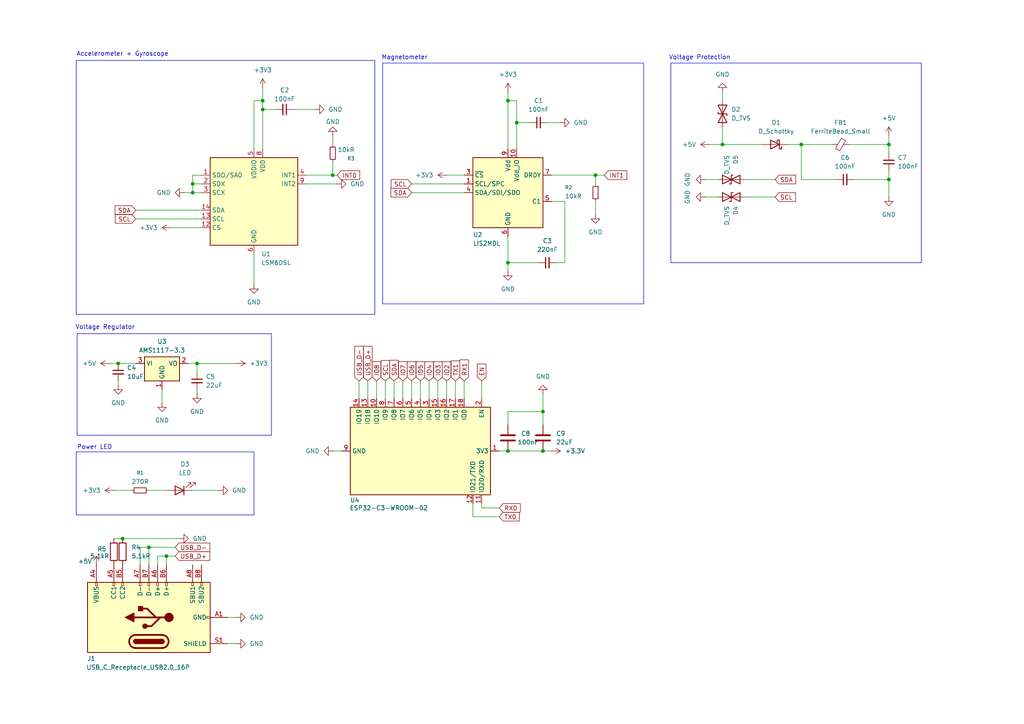
<source format=kicad_sch>
(kicad_sch (version 20250114) (generator "eeschema") (generator_version "9.0")
  (paper "A4")
  (lib_symbols
    (symbol "Connector:USB_C_Receptacle_USB2.0_16P" (pin_names (offset 1.016))
      (property "Reference" "J" (at 0 22.225 0))
      (property "Value" "USB_C_Receptacle_USB2.0_16P" (at 0 19.685 0))
      (symbol "USB_C_Receptacle_USB2.0_16P_0_0"
        (rectangle (start -0.254 -17.78) (end 0.254 -16.764))
        (rectangle (start 10.16 15.494) (end 9.144 14.986))
        (rectangle (start 10.16 10.414) (end 9.144 9.906))
        (rectangle (start 10.16 7.874) (end 9.144 7.366))
        (rectangle (start 10.16 2.794) (end 9.144 2.286))
        (rectangle (start 10.16 0.254) (end 9.144 -0.254))
        (rectangle (start 10.16 -2.286) (end 9.144 -2.794))
        (rectangle (start 10.16 -4.826) (end 9.144 -5.334))
        (rectangle (start 10.16 -12.446) (end 9.144 -12.954))
        (rectangle (start 10.16 -14.986) (end 9.144 -15.494))
      )
      (symbol "USB_C_Receptacle_USB2.0_16P_0_1"
        (rectangle (start -10.16 17.78) (end 10.16 -17.78) (stroke (width 0.254)) (fill (type background)))
        (polyline (pts (xy -8.89 -3.81) (xy -8.89 3.81)) (stroke (width 0.508)))
        (rectangle (start -7.62 -3.81) (end -6.35 3.81) (stroke (width 0.254)) (fill (type outline)))
        (arc (start -7.62 3.81) (mid -6.985 4.4423) (end -6.35 3.81) (stroke (width 0.254)))
        (arc (start -7.62 3.81) (mid -6.985 4.4423) (end -6.35 3.81) (stroke (width 0.254)) (fill (type outline)))
        (arc (start -8.89 3.81) (mid -6.985 5.7067) (end -5.08 3.81) (stroke (width 0.508)))
        (arc (start -5.08 -3.81) (mid -6.985 -5.7067) (end -8.89 -3.81) (stroke (width 0.508)))
        (arc (start -6.35 -3.81) (mid -6.985 -4.4423) (end -7.62 -3.81) (stroke (width 0.254)))
        (arc (start -6.35 -3.81) (mid -6.985 -4.4423) (end -7.62 -3.81) (stroke (width 0.254)) (fill (type outline)))
        (polyline (pts (xy -5.08 3.81) (xy -5.08 -3.81)) (stroke (width 0.508)))
        (circle (center -2.54 1.143) (radius 0.635) (stroke (width 0.254)) (fill (type outline)))
        (polyline (pts (xy -1.27 4.318) (xy 0 6.858) (xy 1.27 4.318) (xy -1.27 4.318)) (stroke (width 0.254)) (fill (type outline)))
        (polyline (pts (xy 0 -2.032) (xy 2.54 0.508) (xy 2.54 1.778)) (stroke (width 0.508)))
        (polyline (pts (xy 0 -3.302) (xy -2.54 -0.762) (xy -2.54 0.508)) (stroke (width 0.508)))
        (polyline (pts (xy 0 -5.842) (xy 0 4.318)) (stroke (width 0.508)))
        (circle (center 0 -5.842) (radius 1.27) (fill (type outline)))
        (rectangle (start 1.905 1.778) (end 3.175 3.048) (stroke (width 0.254)) (fill (type outline)))
      )
      (symbol "USB_C_Receptacle_USB2.0_16P_1_1"
        (pin passive line (at -7.62 -22.86 90) (length 5.08) (name "SHIELD") (number "S1"))
        (pin passive line (at 0 -22.86 90) (length 5.08) (name "GND") (number "A1"))
        (pin passive line (at 0 -22.86 90) (length 5.08) (hide yes) (name "GND") (number "A12"))
        (pin passive line (at 0 -22.86 90) (length 5.08) (hide yes) (name "GND") (number "B1"))
        (pin passive line (at 0 -22.86 90) (length 5.08) (hide yes) (name "GND") (number "B12"))
        (pin passive line (at 15.24 15.24 180) (length 5.08) (name "VBUS") (number "A4"))
        (pin passive line (at 15.24 15.24 180) (length 5.08) (hide yes) (name "VBUS") (number "A9"))
        (pin passive line (at 15.24 15.24 180) (length 5.08) (hide yes) (name "VBUS") (number "B4"))
        (pin passive line (at 15.24 15.24 180) (length 5.08) (hide yes) (name "VBUS") (number "B9"))
        (pin bidirectional line (at 15.24 10.16 180) (length 5.08) (name "CC1") (number "A5"))
        (pin bidirectional line (at 15.24 7.62 180) (length 5.08) (name "CC2") (number "B5"))
        (pin bidirectional line (at 15.24 2.54 180) (length 5.08) (name "D-") (number "A7"))
        (pin bidirectional line (at 15.24 0 180) (length 5.08) (name "D-") (number "B7"))
        (pin bidirectional line (at 15.24 -2.54 180) (length 5.08) (name "D+") (number "A6"))
        (pin bidirectional line (at 15.24 -5.08 180) (length 5.08) (name "D+") (number "B6"))
        (pin bidirectional line (at 15.24 -12.7 180) (length 5.08) (name "SBU1") (number "A8"))
        (pin bidirectional line (at 15.24 -15.24 180) (length 5.08) (name "SBU2") (number "B8"))
      )
    )
    (symbol "Device:C" (pin_numbers (hide yes)) (pin_names (offset 0.254))
      (property "Reference" "C" (at 0.635 2.54 0))
      (property "Value" "C" (at 0.635 -2.54 0))
      (symbol "C_0_1"
        (polyline (pts (xy -2.032 0.762) (xy 2.032 0.762)) (stroke (width 0.508)))
        (polyline (pts (xy -2.032 -0.762) (xy 2.032 -0.762)) (stroke (width 0.508)))
      )
      (symbol "C_1_1"
        (pin passive line (at 0 3.81 270) (length 2.794) (name "~") (number "1"))
        (pin passive line (at 0 -3.81 90) (length 2.794) (name "~") (number "2"))
      )
    )
    (symbol "Device:C_Small" (pin_numbers (hide yes)) (pin_names (offset 0.254) (hide yes))
      (property "Reference" "C" (at 0.254 1.778 0))
      (property "Value" "C_Small" (at 0.254 -2.032 0))
      (symbol "C_Small_0_1"
        (polyline (pts (xy -1.524 0.508) (xy 1.524 0.508)) (stroke (width 0.3048)))
        (polyline (pts (xy -1.524 -0.508) (xy 1.524 -0.508)) (stroke (width 0.3302)))
      )
      (symbol "C_Small_1_1"
        (pin passive line (at 0 2.54 270) (length 2.032) (name "~") (number "1"))
        (pin passive line (at 0 -2.54 90) (length 2.032) (name "~") (number "2"))
      )
    )
    (symbol "Device:D_Schottky" (pin_numbers (hide yes)) (pin_names (offset 1.016) (hide yes))
      (property "Reference" "D" (at 0 2.54 0))
      (property "Value" "D_Schottky" (at 0 -2.54 0))
      (symbol "D_Schottky_0_1"
        (polyline (pts (xy -1.905 0.635) (xy -1.905 1.27) (xy -1.27 1.27) (xy -1.27 -1.27) (xy -0.635 -1.27) (xy -0.635 -0.635)) (stroke (width 0.254)))
        (polyline (pts (xy 1.27 1.27) (xy 1.27 -1.27) (xy -1.27 0) (xy 1.27 1.27)) (stroke (width 0.254)))
        (polyline (pts (xy 1.27 0) (xy -1.27 0)))
      )
      (symbol "D_Schottky_1_1"
        (pin passive line (at -3.81 0 0) (length 2.54) (name "K") (number "1"))
        (pin passive line (at 3.81 0 180) (length 2.54) (name "A") (number "2"))
      )
    )
    (symbol "Device:D_TVS" (pin_numbers (hide yes)) (pin_names (offset 1.016) (hide yes))
      (property "Reference" "D" (at 0 2.54 0))
      (property "Value" "D_TVS" (at 0 -2.54 0))
      (symbol "D_TVS_0_1"
        (polyline (pts (xy -2.54 1.27) (xy -2.54 -1.27) (xy 2.54 1.27) (xy 2.54 -1.27) (xy -2.54 1.27)) (stroke (width 0.254)))
        (polyline (pts (xy 0.508 1.27) (xy 0 1.27) (xy 0 -1.27) (xy -0.508 -1.27)) (stroke (width 0.254)))
        (polyline (pts (xy 1.27 0) (xy -1.27 0)))
      )
      (symbol "D_TVS_1_1"
        (pin passive line (at -3.81 0 0) (length 2.54) (name "A1") (number "1"))
        (pin passive line (at 3.81 0 180) (length 2.54) (name "A2") (number "2"))
      )
    )
    (symbol "Device:FerriteBead_Small" (pin_numbers (hide yes)) (pin_names (offset 0))
      (property "Reference" "FB" (at 1.905 1.27 0))
      (property "Value" "FerriteBead_Small" (at 1.905 -1.27 0))
      (symbol "FerriteBead_Small_0_1"
        (polyline (pts (xy -1.8288 0.2794) (xy -1.1176 1.4986) (xy 1.8288 -0.2032) (xy 1.1176 -1.4224) (xy -1.8288 0.2794)))
        (polyline (pts (xy 0 0.889) (xy 0 1.2954)))
        (polyline (pts (xy 0 -1.27) (xy 0 -0.7874)))
      )
      (symbol "FerriteBead_Small_1_1"
        (pin passive line (at 0 2.54 270) (length 1.27) (name "~") (number "1"))
        (pin passive line (at 0 -2.54 90) (length 1.27) (name "~") (number "2"))
      )
    )
    (symbol "Device:LED" (pin_numbers (hide yes)) (pin_names (offset 1.016) (hide yes))
      (property "Reference" "D" (at 0 2.54 0))
      (property "Value" "LED" (at 0 -2.54 0))
      (symbol "LED_0_1"
        (polyline (pts (xy -3.048 -0.762) (xy -4.572 -2.286) (xy -3.81 -2.286) (xy -4.572 -2.286) (xy -4.572 -1.524)))
        (polyline (pts (xy -1.778 -0.762) (xy -3.302 -2.286) (xy -2.54 -2.286) (xy -3.302 -2.286) (xy -3.302 -1.524)))
        (polyline (pts (xy -1.27 0) (xy 1.27 0)))
        (polyline (pts (xy -1.27 -1.27) (xy -1.27 1.27)) (stroke (width 0.254)))
        (polyline (pts (xy 1.27 -1.27) (xy 1.27 1.27) (xy -1.27 0) (xy 1.27 -1.27)) (stroke (width 0.254)))
      )
      (symbol "LED_1_1"
        (pin passive line (at -3.81 0 0) (length 2.54) (name "K") (number "1"))
        (pin passive line (at 3.81 0 180) (length 2.54) (name "A") (number "2"))
      )
    )
    (symbol "Device:R" (pin_numbers (hide yes)) (pin_names (offset 0))
      (property "Reference" "R" (at 2.032 0 90))
      (property "Value" "R" (at 0 0 90))
      (symbol "R_0_1"
        (rectangle (start -1.016 -2.54) (end 1.016 2.54) (stroke (width 0.254)))
      )
      (symbol "R_1_1"
        (pin passive line (at 0 3.81 270) (length 1.27) (name "~") (number "1"))
        (pin passive line (at 0 -3.81 90) (length 1.27) (name "~") (number "2"))
      )
    )
    (symbol "Device:R_Small" (pin_numbers (hide yes)) (pin_names (offset 0.254) (hide yes))
      (property "Reference" "R" (at 0 0 90))
      (property "Value" "R_Small" (at 1.778 0 90))
      (symbol "R_Small_0_1"
        (rectangle (start -0.762 1.778) (end 0.762 -1.778) (stroke (width 0.2032)))
      )
      (symbol "R_Small_1_1"
        (pin passive line (at 0 2.54 270) (length 0.762) (name "~") (number "1"))
        (pin passive line (at 0 -2.54 90) (length 0.762) (name "~") (number "2"))
      )
    )
    (symbol "RF_Module:ESP32-C3-WROOM-02"
      (property "Reference" "U" (at -12.192 21.336 0))
      (property "Value" "ESP32-C3-WROOM-02" (at 12.192 21.336 0))
      (symbol "ESP32-C3-WROOM-02_1_1"
        (rectangle (start -12.7 20.32) (end 12.7 -20.32) (stroke (width 0.254)) (fill (type background)))
        (pin input line (at -15.24 17.78 0) (length 2.54) (name "EN") (number "2"))
        (pin bidirectional line (at -15.24 12.7 0) (length 2.54) (name "IO0") (number "18"))
        (pin bidirectional line (at -15.24 10.16 0) (length 2.54) (name "IO1") (number "17"))
        (pin bidirectional line (at -15.24 7.62 0) (length 2.54) (name "IO2") (number "16"))
        (pin bidirectional line (at -15.24 5.08 0) (length 2.54) (name "IO3") (number "15"))
        (pin bidirectional line (at -15.24 2.54 0) (length 2.54) (name "IO4") (number "3"))
        (pin bidirectional line (at -15.24 0 0) (length 2.54) (name "IO5") (number "4"))
        (pin bidirectional line (at -15.24 -2.54 0) (length 2.54) (name "IO6") (number "5"))
        (pin bidirectional line (at -15.24 -5.08 0) (length 2.54) (name "IO7") (number "6"))
        (pin bidirectional line (at -15.24 -7.62 0) (length 2.54) (name "IO8") (number "7"))
        (pin bidirectional line (at -15.24 -10.16 0) (length 2.54) (name "IO9") (number "8"))
        (pin bidirectional line (at -15.24 -12.7 0) (length 2.54) (name "IO10") (number "10"))
        (pin bidirectional line (at -15.24 -15.24 0) (length 2.54) (name "IO18") (number "13"))
        (pin bidirectional line (at -15.24 -17.78 0) (length 2.54) (name "IO19") (number "14"))
        (pin power_in line (at 0 22.86 270) (length 2.54) (name "3V3") (number "1"))
        (pin passive line (at 0 -22.86 90) (length 2.54) (hide yes) (name "GND") (number "19"))
        (pin power_in line (at 0 -22.86 90) (length 2.54) (name "GND") (number "9"))
        (pin bidirectional line (at 15.24 17.78 180) (length 2.54) (name "IO20/RXD") (number "11"))
        (pin bidirectional line (at 15.24 15.24 180) (length 2.54) (name "IO21/TXD") (number "12"))
      )
    )
    (symbol "Regulator_Linear:AMS1117-3.3"
      (property "Reference" "U" (at -3.81 3.175 0))
      (property "Value" "AMS1117-3.3" (at 0 3.175 0))
      (symbol "AMS1117-3.3_0_1"
        (rectangle (start -5.08 -5.08) (end 5.08 1.905) (stroke (width 0.254)) (fill (type background)))
      )
      (symbol "AMS1117-3.3_1_1"
        (pin power_in line (at -7.62 0 0) (length 2.54) (name "VI") (number "3"))
        (pin power_in line (at 0 -7.62 90) (length 2.54) (name "GND") (number "1"))
        (pin power_out line (at 7.62 0 180) (length 2.54) (name "VO") (number "2"))
      )
    )
    (symbol "Sensor_Magnetic:LIS2MDL"
      (property "Reference" "U" (at -8.89 11.43 0))
      (property "Value" "LIS2MDL" (at 7.62 11.43 0))
      (symbol "LIS2MDL_0_1"
        (rectangle (start -10.16 10.16) (end 10.16 -10.16) (stroke (width 0.254)) (fill (type background)))
      )
      (symbol "LIS2MDL_1_1"
        (pin input line (at -12.7 5.08 0) (length 2.54) (name "~{CS}") (number "3"))
        (pin input line (at -12.7 2.54 0) (length 2.54) (name "SCL/SPC") (number "1"))
        (pin bidirectional line (at -12.7 0 0) (length 2.54) (name "SDA/SDI/SDO") (number "4"))
        (pin no_connect line (at -10.16 -5.08 0) (length 2.54) (hide yes) (name "NC") (number "2"))
        (pin no_connect line (at -10.16 -7.62 0) (length 2.54) (hide yes) (name "NC") (number "11"))
        (pin power_in line (at 0 12.7 270) (length 2.54) (name "Vdd") (number "9"))
        (pin power_in line (at 0 -12.7 90) (length 2.54) (name "GND") (number "6"))
        (pin passive line (at 0 -12.7 90) (length 2.54) (hide yes) (name "GND") (number "8"))
        (pin power_in line (at 2.54 12.7 270) (length 2.54) (name "Vdd_IO") (number "10"))
        (pin no_connect line (at 10.16 -7.62 180) (length 2.54) (hide yes) (name "NC") (number "12"))
        (pin output line (at 12.7 5.08 180) (length 2.54) (name "DRDY") (number "7"))
        (pin power_out line (at 12.7 -2.54 180) (length 2.54) (name "C1") (number "5"))
      )
    )
    (symbol "Sensor_Motion:LSM6DSL"
      (property "Reference" "U" (at -11.43 15.24 0))
      (property "Value" "LSM6DSL" (at -11.43 12.7 0))
      (symbol "LSM6DSL_0_1"
        (rectangle (start -12.7 12.7) (end 12.7 -12.7) (stroke (width 0.254)) (fill (type background)))
      )
      (symbol "LSM6DSL_1_1"
        (pin bidirectional line (at -15.24 7.62 0) (length 2.54) (name "SDO/SA0") (number "1"))
        (pin bidirectional line (at -15.24 5.08 0) (length 2.54) (name "SDX") (number "2"))
        (pin input line (at -15.24 2.54 0) (length 2.54) (name "SCX") (number "3"))
        (pin bidirectional line (at -15.24 -2.54 0) (length 2.54) (name "SDA") (number "14"))
        (pin input line (at -15.24 -5.08 0) (length 2.54) (name "SCL") (number "13"))
        (pin input line (at -15.24 -7.62 0) (length 2.54) (name "CS") (number "12"))
        (pin power_in line (at 0 15.24 270) (length 2.54) (name "VDDIO") (number "5"))
        (pin power_in line (at 0 -15.24 90) (length 2.54) (name "GND") (number "6"))
        (pin passive line (at 0 -15.24 90) (length 2.54) (hide yes) (name "GND") (number "7"))
        (pin power_in line (at 2.54 15.24 270) (length 2.54) (name "VDD") (number "8"))
        (pin no_connect line (at 12.7 -2.54 180) (length 3.81) (hide yes) (name "NC") (number "11"))
        (pin no_connect line (at 12.7 -5.08 180) (length 3.81) (hide yes) (name "NC") (number "10"))
        (pin output line (at 15.24 7.62 180) (length 2.54) (name "INT1") (number "4"))
        (pin output line (at 15.24 5.08 180) (length 2.54) (name "INT2") (number "9"))
      )
    )
    (symbol "power:+3.3V" (power) (pin_numbers (hide yes)) (pin_names (offset 0) (hide yes))
      (property "Value" "+3.3V" (at 0 3.556 0))
      (symbol "+3.3V_0_1"
        (polyline (pts (xy -0.762 1.27) (xy 0 2.54)))
        (polyline (pts (xy 0 2.54) (xy 0.762 1.27)))
        (polyline (pts (xy 0 0) (xy 0 2.54)))
      )
      (symbol "+3.3V_1_1"
        (pin power_in line (at 0 0 90) (length 0) (name "~") (number "1"))
      )
    )
    (symbol "power:+3V3" (power) (pin_numbers (hide yes)) (pin_names (offset 0) (hide yes))
      (property "Value" "+3V3" (at 0 3.556 0))
      (symbol "+3V3_0_1"
        (polyline (pts (xy -0.762 1.27) (xy 0 2.54)))
        (polyline (pts (xy 0 2.54) (xy 0.762 1.27)))
        (polyline (pts (xy 0 0) (xy 0 2.54)))
      )
      (symbol "+3V3_1_1"
        (pin power_in line (at 0 0 90) (length 0) (name "~") (number "1"))
      )
    )
    (symbol "power:+5V" (power) (pin_numbers (hide yes)) (pin_names (offset 0) (hide yes))
      (property "Value" "+5V" (at 0 3.556 0))
      (symbol "+5V_0_1"
        (polyline (pts (xy -0.762 1.27) (xy 0 2.54)))
        (polyline (pts (xy 0 2.54) (xy 0.762 1.27)))
        (polyline (pts (xy 0 0) (xy 0 2.54)))
      )
      (symbol "+5V_1_1"
        (pin power_in line (at 0 0 90) (length 0) (name "~") (number "1"))
      )
    )
    (symbol "power:GND" (power) (pin_numbers (hide yes)) (pin_names (offset 0) (hide yes))
      (property "Value" "GND" (at 0 -3.81 0))
      (symbol "GND_0_1"
        (polyline (pts (xy 0 0) (xy 0 -1.27) (xy 1.27 -1.27) (xy 0 -2.54) (xy -1.27 -1.27) (xy 0 -1.27)))
      )
      (symbol "GND_1_1"
        (pin power_in line (at 0 0 270) (length 0) (name "~") (number "1"))
      )
    )
    (symbol "power:VCC" (power) (pin_numbers (hide yes)) (pin_names (offset 0) (hide yes))
      (property "Value" "VCC" (at 0 3.556 0))
      (symbol "VCC_0_1"
        (polyline (pts (xy -0.762 1.27) (xy 0 2.54)))
        (polyline (pts (xy 0 2.54) (xy 0.762 1.27)))
        (polyline (pts (xy 0 0) (xy 0 2.54)))
      )
      (symbol "VCC_1_1"
        (pin power_in line (at 0 0 90) (length 0) (name "~") (number "1"))
      )
    )
  )
  (rectangle (start 110.998 18.288) (end 186.69 88.138))
  (rectangle (start 22.098 17.526) (end 108.712 91.186))
  (rectangle (start 22.352 96.774) (end 78.74 126.238))
  (rectangle (start 22.098 131.064) (end 73.66 149.352))
  (rectangle (start 194.564 18.288) (end 267.208 76.2))
  (text "Power LED" (at 27.432 129.794 0) (effects (font (size 1.27 1.27))))
  (text "Accelerometer + Gyroscope" (at 35.56 15.748 0) (effects (font (size 1.27 1.27))))
  (text "Magnetometer" (at 117.348 16.764 0) (effects (font (size 1.27 1.27))))
  (text "Voltage Regulator" (at 30.48 94.996 0) (effects (font (size 1.27 1.27))))
  (text "Voltage Protection" (at 202.946 16.764 0) (effects (font (size 1.27 1.27))))
  (junction (at 257.81 52.07))
  (junction (at 232.41 41.91))
  (junction (at 55.88 55.88))
  (junction (at 157.48 130.81))
  (junction (at 35.56 156.21))
  (junction (at 34.29 105.41))
  (junction (at 147.32 76.2))
  (junction (at 172.72 50.8))
  (junction (at 257.81 41.91))
  (junction (at 76.2 29.21))
  (junction (at 43.18 158.75))
  (junction (at 76.2 31.75))
  (junction (at 57.15 105.41))
  (junction (at 147.32 29.21))
  (junction (at 55.88 53.34))
  (junction (at 209.55 41.91))
  (junction (at 96.52 50.8))
  (junction (at 147.32 130.81))
  (junction (at 149.86 35.56))
  (junction (at 48.26 161.29))
  (junction (at 157.48 119.38))
  (wire (pts (xy 119.38 55.88) (xy 134.62 55.88)))
  (wire (pts (xy 76.2 25.4) (xy 76.2 29.21)))
  (wire (pts (xy 147.32 123.19) (xy 147.32 119.38)))
  (wire (pts (xy 55.88 55.88) (xy 58.42 55.88)))
  (wire (pts (xy 157.48 114.3) (xy 157.48 119.38)))
  (wire (pts (xy 58.42 50.8) (xy 55.88 50.8)))
  (wire (pts (xy 55.88 50.8) (xy 55.88 53.34)))
  (wire (pts (xy 33.02 142.24) (xy 38.1 142.24)))
  (wire (pts (xy 208.28 52.07) (xy 204.47 52.07)))
  (wire (pts (xy 147.32 119.38) (xy 157.48 119.38)))
  (wire (pts (xy 85.09 31.75) (xy 91.44 31.75)))
  (wire (pts (xy 49.53 66.04) (xy 58.42 66.04)))
  (wire (pts (xy 163.83 58.42) (xy 160.02 58.42)))
  (wire (pts (xy 127 110.49) (xy 127 115.57)))
  (wire (pts (xy 209.55 41.91) (xy 220.98 41.91)))
  (wire (pts (xy 43.18 158.75) (xy 50.8 158.75)))
  (wire (pts (xy 172.72 58.42) (xy 172.72 62.23)))
  (wire (pts (xy 147.32 68.58) (xy 147.32 76.2)))
  (wire (pts (xy 106.68 110.49) (xy 106.68 115.57)))
  (wire (pts (xy 80.01 31.75) (xy 76.2 31.75)))
  (wire (pts (xy 73.66 73.66) (xy 73.66 82.55)))
  (wire (pts (xy 246.38 41.91) (xy 257.81 41.91)))
  (wire (pts (xy 66.04 186.69) (xy 68.58 186.69)))
  (wire (pts (xy 232.41 52.07) (xy 242.57 52.07)))
  (wire (pts (xy 153.67 35.56) (xy 149.86 35.56)))
  (wire (pts (xy 208.28 57.15) (xy 204.47 57.15)))
  (wire (pts (xy 172.72 50.8) (xy 172.72 53.34)))
  (wire (pts (xy 147.32 76.2) (xy 147.32 78.74)))
  (wire (pts (xy 257.81 52.07) (xy 257.81 57.15)))
  (wire (pts (xy 76.2 31.75) (xy 76.2 43.18)))
  (wire (pts (xy 88.9 53.34) (xy 97.79 53.34)))
  (wire (pts (xy 73.66 29.21) (xy 76.2 29.21)))
  (wire (pts (xy 48.26 161.29) (xy 48.26 163.83)))
  (wire (pts (xy 33.02 156.21) (xy 35.56 156.21)))
  (wire (pts (xy 257.81 41.91) (xy 257.81 44.45)))
  (wire (pts (xy 257.81 41.91) (xy 257.81 39.37)))
  (wire (pts (xy 139.7 110.49) (xy 139.7 115.57)))
  (wire (pts (xy 247.65 52.07) (xy 257.81 52.07)))
  (wire (pts (xy 34.29 110.49) (xy 34.29 111.76)))
  (wire (pts (xy 157.48 130.81) (xy 160.02 130.81)))
  (wire (pts (xy 147.32 130.81) (xy 157.48 130.81)))
  (wire (pts (xy 129.54 50.8) (xy 134.62 50.8)))
  (wire (pts (xy 57.15 107.95) (xy 57.15 105.41)))
  (wire (pts (xy 232.41 41.91) (xy 232.41 52.07)))
  (wire (pts (xy 57.15 114.3) (xy 57.15 113.03)))
  (wire (pts (xy 45.72 161.29) (xy 48.26 161.29)))
  (wire (pts (xy 43.18 142.24) (xy 48.26 142.24)))
  (wire (pts (xy 34.29 105.41) (xy 39.37 105.41)))
  (wire (pts (xy 147.32 26.67) (xy 147.32 29.21)))
  (wire (pts (xy 55.88 142.24) (xy 63.5 142.24)))
  (wire (pts (xy 55.88 53.34) (xy 55.88 55.88)))
  (wire (pts (xy 96.52 41.91) (xy 96.52 39.37)))
  (wire (pts (xy 139.7 146.05) (xy 139.7 147.32)))
  (wire (pts (xy 205.74 41.91) (xy 209.55 41.91)))
  (wire (pts (xy 43.18 163.83) (xy 43.18 158.75)))
  (wire (pts (xy 129.54 110.49) (xy 129.54 115.57)))
  (wire (pts (xy 149.86 35.56) (xy 149.86 43.18)))
  (wire (pts (xy 96.52 130.81) (xy 99.06 130.81)))
  (wire (pts (xy 31.75 105.41) (xy 34.29 105.41)))
  (wire (pts (xy 163.83 58.42) (xy 163.83 76.2)))
  (wire (pts (xy 53.34 55.88) (xy 55.88 55.88)))
  (wire (pts (xy 35.56 156.21) (xy 52.07 156.21)))
  (wire (pts (xy 228.6 41.91) (xy 232.41 41.91)))
  (wire (pts (xy 39.37 63.5) (xy 58.42 63.5)))
  (wire (pts (xy 139.7 147.32) (xy 144.78 147.32)))
  (wire (pts (xy 232.41 41.91) (xy 241.3 41.91)))
  (wire (pts (xy 157.48 119.38) (xy 157.48 123.19)))
  (wire (pts (xy 209.55 36.83) (xy 209.55 41.91)))
  (wire (pts (xy 124.46 110.49) (xy 124.46 115.57)))
  (wire (pts (xy 48.26 161.29) (xy 50.8 161.29)))
  (wire (pts (xy 147.32 76.2) (xy 156.21 76.2)))
  (wire (pts (xy 96.52 50.8) (xy 96.52 46.99)))
  (wire (pts (xy 119.38 53.34) (xy 134.62 53.34)))
  (wire (pts (xy 39.37 60.96) (xy 58.42 60.96)))
  (wire (pts (xy 149.86 35.56) (xy 149.86 29.21)))
  (wire (pts (xy 209.55 26.67) (xy 209.55 29.21)))
  (wire (pts (xy 158.75 35.56) (xy 162.56 35.56)))
  (wire (pts (xy 76.2 29.21) (xy 76.2 31.75)))
  (wire (pts (xy 132.08 110.49) (xy 132.08 115.57)))
  (wire (pts (xy 57.15 105.41) (xy 68.58 105.41)))
  (wire (pts (xy 88.9 50.8) (xy 96.52 50.8)))
  (wire (pts (xy 147.32 29.21) (xy 147.32 43.18)))
  (wire (pts (xy 114.3 110.49) (xy 114.3 115.57)))
  (wire (pts (xy 96.52 50.8) (xy 97.79 50.8)))
  (wire (pts (xy 160.02 50.8) (xy 172.72 50.8)))
  (wire (pts (xy 66.04 179.07) (xy 68.58 179.07)))
  (wire (pts (xy 58.42 53.34) (xy 55.88 53.34)))
  (wire (pts (xy 137.16 149.86) (xy 144.78 149.86)))
  (wire (pts (xy 134.62 110.49) (xy 134.62 115.57)))
  (wire (pts (xy 121.92 110.49) (xy 121.92 115.57)))
  (wire (pts (xy 116.84 110.49) (xy 116.84 115.57)))
  (wire (pts (xy 137.16 146.05) (xy 137.16 149.86)))
  (wire (pts (xy 172.72 50.8) (xy 175.26 50.8)))
  (wire (pts (xy 257.81 52.07) (xy 257.81 49.53)))
  (wire (pts (xy 163.83 76.2) (xy 161.29 76.2)))
  (wire (pts (xy 144.78 130.81) (xy 147.32 130.81)))
  (wire (pts (xy 73.66 29.21) (xy 73.66 43.18)))
  (wire (pts (xy 40.64 158.75) (xy 43.18 158.75)))
  (wire (pts (xy 109.22 110.49) (xy 109.22 115.57)))
  (wire (pts (xy 215.9 57.15) (xy 224.79 57.15)))
  (wire (pts (xy 119.38 110.49) (xy 119.38 115.57)))
  (wire (pts (xy 54.61 105.41) (xy 57.15 105.41)))
  (wire (pts (xy 46.99 113.03) (xy 46.99 116.84)))
  (wire (pts (xy 215.9 52.07) (xy 224.79 52.07)))
  (wire (pts (xy 149.86 29.21) (xy 147.32 29.21)))
  (wire (pts (xy 45.72 163.83) (xy 45.72 161.29)))
  (wire (pts (xy 40.64 163.83) (xy 40.64 158.75)))
  (wire (pts (xy 111.76 110.49) (xy 111.76 115.57)))
  (wire (pts (xy 104.14 110.49) (xy 104.14 115.57)))
  (global_label "SCL" (shape input) (at 224.79 57.15 0) (property "Intersheetrefs" "${INTERSHEET_REFS}" (effects (hide yes))))
  (global_label "SCL" (shape input) (at 111.76 110.49 90) (property "Intersheetrefs" "${INTERSHEET_REFS}" (effects (hide yes))))
  (global_label "RX0" (shape input) (at 144.78 147.32 0) (property "Intersheetrefs" "${INTERSHEET_REFS}" (effects (hide yes))))
  (global_label "IO3" (shape input) (at 127 110.49 90) (property "Intersheetrefs" "${INTERSHEET_REFS}" (effects (hide yes))))
  (global_label "INT1" (shape input) (at 175.26 50.8 0) (property "Intersheetrefs" "${INTERSHEET_REFS}" (effects (hide yes))))
  (global_label "USB_D-" (shape input) (at 104.14 110.49 90) (property "Intersheetrefs" "${INTERSHEET_REFS}" (effects (hide yes))))
  (global_label "EN" (shape input) (at 139.7 110.49 90) (property "Intersheetrefs" "${INTERSHEET_REFS}" (effects (hide yes))))
  (global_label "USB_D-" (shape input) (at 50.8 158.75 0) (property "Intersheetrefs" "${INTERSHEET_REFS}" (effects (hide yes))))
  (global_label "IO2" (shape input) (at 129.54 110.49 90) (property "Intersheetrefs" "${INTERSHEET_REFS}" (effects (hide yes))))
  (global_label "USB_D+" (shape input) (at 50.8 161.29 0) (property "Intersheetrefs" "${INTERSHEET_REFS}" (effects (hide yes))))
  (global_label "INT0" (shape input) (at 97.79 50.8 0) (property "Intersheetrefs" "${INTERSHEET_REFS}" (effects (hide yes))))
  (global_label "SDA" (shape input) (at 119.38 55.88 180) (property "Intersheetrefs" "${INTERSHEET_REFS}" (effects (hide yes))))
  (global_label "RX1" (shape input) (at 134.62 110.49 90) (property "Intersheetrefs" "${INTERSHEET_REFS}" (effects (hide yes))))
  (global_label "SCL" (shape input) (at 119.38 53.34 180) (property "Intersheetrefs" "${INTERSHEET_REFS}" (effects (hide yes))))
  (global_label "IO4" (shape input) (at 124.46 110.49 90) (property "Intersheetrefs" "${INTERSHEET_REFS}" (effects (hide yes))))
  (global_label "SDA" (shape input) (at 224.79 52.07 0) (property "Intersheetrefs" "${INTERSHEET_REFS}" (effects (hide yes))))
  (global_label "IO8" (shape input) (at 109.22 110.49 90) (property "Intersheetrefs" "${INTERSHEET_REFS}" (effects (hide yes))))
  (global_label "IO6" (shape input) (at 119.38 110.49 90) (property "Intersheetrefs" "${INTERSHEET_REFS}" (effects (hide yes))))
  (global_label "TX1" (shape input) (at 132.08 110.49 90) (property "Intersheetrefs" "${INTERSHEET_REFS}" (effects (hide yes))))
  (global_label "TX0" (shape input) (at 144.78 149.86 0) (property "Intersheetrefs" "${INTERSHEET_REFS}" (effects (hide yes))))
  (global_label "SDA" (shape input) (at 114.3 110.49 90) (property "Intersheetrefs" "${INTERSHEET_REFS}" (effects (hide yes))))
  (global_label "IO7" (shape input) (at 116.84 110.49 90) (property "Intersheetrefs" "${INTERSHEET_REFS}" (effects (hide yes))))
  (global_label "SCL" (shape input) (at 39.37 63.5 180) (property "Intersheetrefs" "${INTERSHEET_REFS}" (effects (hide yes))))
  (global_label "IO5" (shape input) (at 121.92 110.49 90) (property "Intersheetrefs" "${INTERSHEET_REFS}" (effects (hide yes))))
  (global_label "USB_D+" (shape input) (at 106.68 110.49 90) (property "Intersheetrefs" "${INTERSHEET_REFS}" (effects (hide yes))))
  (global_label "SDA" (shape input) (at 39.37 60.96 180) (property "Intersheetrefs" "${INTERSHEET_REFS}" (effects (hide yes))))
  (symbol (lib_id "power:GND") (at 96.52 39.37 180) (unit 1)
    (property "Reference" "#PWR029" (effects (hide yes)))
    (property "Value" "GND" (at 96.52 35.306 0))
    (property "Description" "Power symbol creates a global label with name \"GND\" , ground" (effects (hide yes)))
  )
  (symbol (lib_id "Device:D_TVS") (at 212.09 57.15 0) (unit 1)
    (property "Reference" "D4" (at 213.3601 59.69 90) (effects (justify right)))
    (property "Value" "D_TVS" (at 210.8201 59.69 90) (effects (justify right)))
    (property "Footprint" "Diode_SMD:D_SOD-323_HandSoldering" (effects (hide yes)))
    (property "Description" "Bidirectional transient-voltage-suppression diode" (effects (hide yes)))
  )
  (symbol (lib_id "power:GND") (at 34.29 111.76 0) (unit 1)
    (property "Reference" "#PWR020" (effects (hide yes)))
    (property "Value" "GND" (at 34.29 116.84 0))
    (property "Description" "Power symbol creates a global label with name \"GND\" , ground" (effects (hide yes)))
  )
  (symbol (lib_id "Device:C") (at 147.32 127 0) (unit 1)
    (property "Reference" "C8" (at 151.13 125.7299 0) (effects (justify left)))
    (property "Value" "100nF" (at 150.114 128.27 0) (effects (justify left)))
    (property "Description" "Unpolarized capacitor" (effects (hide yes)))
  )
  (symbol (lib_id "Sensor_Magnetic:LIS2MDL") (at 147.32 55.88 0) (unit 1)
    (property "Reference" "U2" (at 137.16 68.072 0) (effects (justify left)))
    (property "Value" "LIS2MDL" (at 137.16 70.612 0) (effects (justify left)))
    (property "Footprint" "Package_LGA:LGA-12_2x2mm_P0.5mm" (effects (hide yes)))
    (property "Datasheet" "https://www.st.com/resource/en/datasheet/lis2mdl.pdf" (effects (hide yes)))
    (property "Description" "Ultra-low-power, 3-axis digital output magnetometer, LGA-12" (effects (hide yes)))
  )
  (symbol (lib_id "power:GND") (at 162.56 35.56 90) (unit 1)
    (property "Reference" "#PWR06" (effects (hide yes)))
    (property "Value" "GND" (at 166.37 35.5599 90) (effects (justify right)))
    (property "Description" "Power symbol creates a global label with name \"GND\" , ground" (effects (hide yes)))
  )
  (symbol (lib_id "power:GND") (at 97.79 53.34 90) (unit 1)
    (property "Reference" "#PWR012" (effects (hide yes)))
    (property "Value" "GND" (at 101.6 53.3399 90) (effects (justify right)))
    (property "Description" "Power symbol creates a global label with name \"GND\" , ground" (effects (hide yes)))
  )
  (symbol (lib_id "Sensor_Motion:LSM6DSL") (at 73.66 58.42 0) (unit 1)
    (property "Reference" "U1" (at 75.8033 73.66 0) (effects (justify left)))
    (property "Value" "LSM6DSL" (at 75.8033 76.2 0) (effects (justify left)))
    (property "Footprint" "Package_LGA:LGA-14_3x2.5mm_P0.5mm_LayoutBorder3x4y" (effects (hide yes)))
    (property "Datasheet" "https://www.st.com/resource/en/datasheet/lsm6dsl.pdf" (effects (hide yes)))
    (property "Description" "I2C/SPI, iNEMO inertial module: always-on 3D accelerometer and 3D gyroscope, 1.71V to 3.6V VCC" (effects (hide yes)))
  )
  (symbol (lib_id "Device:R_Small") (at 172.72 55.88 0) (unit 1)
    (property "Reference" "R2" (at 163.83 54.356 0) (effects (font (size 1.016 1.016)) (justify left)))
    (property "Value" "10kR" (at 163.83 56.896 0) (effects (justify left)))
    (property "Footprint" "Resistor_SMD:R_0805_2012Metric_Pad1.20x1.40mm_HandSolder" (effects (hide yes)))
    (property "Description" "Resistor, small symbol" (effects (hide yes)))
  )
  (symbol (lib_id "power:GND") (at 204.47 52.07 270) (unit 1)
    (property "Reference" "#PWR025" (effects (hide yes)))
    (property "Value" "GND" (at 199.39 52.07 0))
    (property "Description" "Power symbol creates a global label with name \"GND\" , ground" (effects (hide yes)))
  )
  (symbol (lib_id "power:GND") (at 46.99 116.84 0) (unit 1)
    (property "Reference" "#PWR018" (effects (hide yes)))
    (property "Value" "GND" (at 46.99 121.92 0))
    (property "Description" "Power symbol creates a global label with name \"GND\" , ground" (effects (hide yes)))
  )
  (symbol (lib_id "power:+3V3") (at 49.53 66.04 90) (unit 1)
    (property "Reference" "#PWR04" (effects (hide yes)))
    (property "Value" "+3V3" (at 45.72 66.0399 90) (effects (justify left)))
    (property "Description" "Power symbol creates a global label with name \"+3V3\"" (effects (hide yes)))
  )
  (symbol (lib_id "power:+5V") (at 205.74 41.91 90) (unit 1)
    (property "Reference" "#PWR023" (effects (hide yes)))
    (property "Value" "+5V" (at 201.93 41.9099 90) (effects (justify left)))
    (property "Description" "Power symbol creates a global label with name \"+5V\"" (effects (hide yes)))
  )
  (symbol (lib_id "Connector:USB_C_Receptacle_USB2.0_16P") (at 43.18 179.07 90) (unit 1)
    (property "Reference" "J1" (at 27.686 191.008 90) (effects (justify left)))
    (property "Value" "USB_C_Receptacle_USB2.0_16P" (at 55.118 193.548 90) (effects (justify left)))
    (property "Datasheet" "https://www.usb.org/sites/default/files/documents/usb_type-c.zip" (effects (hide yes)))
    (property "Description" "USB 2.0-only 16P Type-C Receptacle connector" (effects (hide yes)))
  )
  (symbol (lib_id "power:+3V3") (at 147.32 26.67 0) (unit 1)
    (property "Reference" "#PWR03" (effects (hide yes)))
    (property "Value" "+3V3" (at 147.32 21.59 0))
    (property "Description" "Power symbol creates a global label with name \"+3V3\"" (effects (hide yes)))
  )
  (symbol (lib_id "power:+3V3") (at 68.58 105.41 270) (unit 1)
    (property "Reference" "#PWR017" (effects (hide yes)))
    (property "Value" "+3V3" (at 72.39 105.4099 90) (effects (justify left)))
    (property "Description" "Power symbol creates a global label with name \"+3V3\"" (effects (hide yes)))
  )
  (symbol (lib_id "power:+3V3") (at 76.2 25.4 0) (unit 1)
    (property "Reference" "#PWR08" (effects (hide yes)))
    (property "Value" "+3V3" (at 76.2 20.32 0))
    (property "Description" "Power symbol creates a global label with name \"+3V3\"" (effects (hide yes)))
  )
  (symbol (lib_id "power:GND") (at 96.52 130.81 270) (unit 1)
    (property "Reference" "#PWR031" (effects (hide yes)))
    (property "Value" "GND" (at 92.71 130.8099 90) (effects (justify right)))
    (property "Description" "Power symbol creates a global label with name \"GND\" , ground" (effects (hide yes)))
  )
  (symbol (lib_id "Device:R") (at 35.56 160.02 0) (unit 1)
    (property "Reference" "R4" (at 38.1 158.7499 0) (effects (justify left)))
    (property "Value" "5.1kR" (at 38.1 161.2899 0) (effects (justify left)))
    (property "Description" "Resistor" (effects (hide yes)))
  )
  (symbol (lib_id "Device:C_Small") (at 156.21 35.56 90) (unit 1)
    (property "Reference" "C1" (at 156.2163 29.21 90))
    (property "Value" "100nF" (at 156.2163 31.75 90))
    (property "Footprint" "Capacitor_SMD:C_0805_2012Metric_Pad1.18x1.45mm_HandSolder" (effects (hide yes)))
    (property "Description" "Unpolarized capacitor, small symbol" (effects (hide yes)))
  )
  (symbol (lib_id "Device:C_Small") (at 34.29 107.95 0) (unit 1)
    (property "Reference" "C4" (at 36.83 106.6862 0) (effects (justify left)))
    (property "Value" "10uF" (at 36.83 109.2262 0) (effects (justify left)))
    (property "Footprint" "Capacitor_SMD:C_0805_2012Metric_Pad1.18x1.45mm_HandSolder" (effects (hide yes)))
    (property "Description" "Unpolarized capacitor, small symbol" (effects (hide yes)))
  )
  (symbol (lib_id "Device:R_Small") (at 96.52 44.45 180) (unit 1)
    (property "Reference" "R3" (at 102.87 45.974 0) (effects (font (size 1.016 1.016)) (justify left)))
    (property "Value" "10kR" (at 102.87 43.434 0) (effects (justify left)))
    (property "Footprint" "Resistor_SMD:R_0805_2012Metric_Pad1.20x1.40mm_HandSolder" (effects (hide yes)))
    (property "Description" "Resistor, small symbol" (effects (hide yes)))
  )
  (symbol (lib_id "power:GND") (at 172.72 62.23 0) (unit 1)
    (property "Reference" "#PWR027" (effects (hide yes)))
    (property "Value" "GND" (at 172.72 67.31 0))
    (property "Description" "Power symbol creates a global label with name \"GND\" , ground" (effects (hide yes)))
  )
  (symbol (lib_id "Device:D_TVS") (at 209.55 33.02 270) (unit 1)
    (property "Reference" "D2" (at 212.09 31.7499 90) (effects (justify left)))
    (property "Value" "D_TVS" (at 212.09 34.2899 90) (effects (justify left)))
    (property "Footprint" "Diode_SMD:D_SMB" (effects (hide yes)))
    (property "Description" "Bidirectional transient-voltage-suppression diode" (effects (hide yes)))
  )
  (symbol (lib_id "power:GND") (at 209.55 26.67 0) (mirror x) (unit 1)
    (property "Reference" "#PWR01" (effects (hide yes)))
    (property "Value" "GND" (at 209.55 21.59 0))
    (property "Description" "Power symbol creates a global label with name \"GND\" , ground" (effects (hide yes)))
  )
  (symbol (lib_id "power:+3V3") (at 33.02 142.24 90) (unit 1)
    (property "Reference" "#PWR015" (effects (hide yes)))
    (property "Value" "+3V3" (at 29.21 142.2399 90) (effects (justify left)))
    (property "Description" "Power symbol creates a global label with name \"+3V3\"" (effects (hide yes)))
  )
  (symbol (lib_id "power:+5V") (at 31.75 105.41 90) (unit 1)
    (property "Reference" "#PWR016" (effects (hide yes)))
    (property "Value" "+5V" (at 27.94 105.4099 90) (effects (justify left)))
    (property "Description" "Power symbol creates a global label with name \"+5V\"" (effects (hide yes)))
  )
  (symbol (lib_id "Device:C") (at 157.48 127 0) (unit 1)
    (property "Reference" "C9" (at 161.29 125.7299 0) (effects (justify left)))
    (property "Value" "22uF" (at 161.29 128.2699 0) (effects (justify left)))
    (property "Description" "Unpolarized capacitor" (effects (hide yes)))
  )
  (symbol (lib_id "power:GND") (at 147.32 78.74 0) (unit 1)
    (property "Reference" "#PWR05" (effects (hide yes)))
    (property "Value" "GND" (at 147.32 83.82 0))
    (property "Description" "Power symbol creates a global label with name \"GND\" , ground" (effects (hide yes)))
  )
  (symbol (lib_id "Device:C_Small") (at 257.81 46.99 180) (unit 1)
    (property "Reference" "C7" (at 260.35 45.7135 0) (effects (justify right)))
    (property "Value" "100nF" (at 260.35 48.2535 0) (effects (justify right)))
    (property "Footprint" "Capacitor_SMD:C_0805_2012Metric_Pad1.18x1.45mm_HandSolder" (effects (hide yes)))
    (property "Description" "Unpolarized capacitor, small symbol" (effects (hide yes)))
  )
  (symbol (lib_id "Device:C_Small") (at 158.75 76.2 90) (unit 1)
    (property "Reference" "C3" (at 158.7563 69.85 90))
    (property "Value" "220nF" (at 158.7563 72.39 90))
    (property "Footprint" "Capacitor_SMD:C_0805_2012Metric_Pad1.18x1.45mm_HandSolder" (effects (hide yes)))
    (property "Description" "Unpolarized capacitor, small symbol" (effects (hide yes)))
  )
  (symbol (lib_id "power:VCC") (at 129.54 50.8 90) (unit 1)
    (property "Reference" "#PWR02" (effects (hide yes)))
    (property "Value" "+3V3" (at 125.73 50.7999 90) (effects (justify left)))
    (property "Description" "Power symbol creates a global label with name \"VCC\"" (effects (hide yes)))
  )
  (symbol (lib_id "Device:R") (at 33.02 160.02 0) (unit 1)
    (property "Reference" "R5" (at 28.194 159.258 0) (effects (justify left)))
    (property "Value" "5.1kR" (at 26.162 161.29 0) (effects (justify left)))
    (property "Description" "Resistor" (effects (hide yes)))
  )
  (symbol (lib_id "Device:D_TVS") (at 212.09 52.07 0) (unit 1)
    (property "Reference" "D5" (at 213.36 44.958 90) (effects (justify right)))
    (property "Value" "D_TVS" (at 210.82 44.958 90) (effects (justify right)))
    (property "Footprint" "Diode_SMD:D_SOD-323_HandSoldering" (effects (hide yes)))
    (property "Description" "Bidirectional transient-voltage-suppression diode" (effects (hide yes)))
  )
  (symbol (lib_id "power:GND") (at 53.34 55.88 270) (unit 1)
    (property "Reference" "#PWR010" (effects (hide yes)))
    (property "Value" "GND" (at 49.53 55.8799 90) (effects (justify right)))
    (property "Description" "Power symbol creates a global label with name \"GND\" , ground" (effects (hide yes)))
  )
  (symbol (lib_id "power:+5V") (at 27.94 163.83 0) (unit 1)
    (property "Reference" "#PWR028" (effects (hide yes)))
    (property "Value" "+5V" (at 24.638 162.814 0))
    (property "Description" "Power symbol creates a global label with name \"+5V\"" (effects (hide yes)))
  )
  (symbol (lib_id "Device:FerriteBead_Small") (at 243.84 41.91 90) (unit 1)
    (property "Reference" "FB1" (at 243.8019 35.56 90))
    (property "Value" "FerriteBead_Small" (at 243.8019 38.1 90))
    (property "Footprint" "Inductor_SMD:L_0805_2012Metric_Pad1.05x1.20mm_HandSolder" (effects (hide yes)))
    (property "Description" "Ferrite bead, small symbol" (effects (hide yes)))
  )
  (symbol (lib_id "power:+5V") (at 257.81 39.37 0) (unit 1)
    (property "Reference" "#PWR021" (effects (hide yes)))
    (property "Value" "+5V" (at 257.81 34.29 0))
    (property "Description" "Power symbol creates a global label with name \"+5V\"" (effects (hide yes)))
  )
  (symbol (lib_id "RF_Module:ESP32-C3-WROOM-02") (at 121.92 130.81 270) (unit 1)
    (property "Reference" "U4" (at 102.87 145.034 90))
    (property "Value" "ESP32-C3-WROOM-02" (at 112.776 147.32 90))
    (property "Footprint" "RF_Module:ESP32-C3-WROOM-02" (effects (hide yes)))
    (property "Datasheet" "https://www.espressif.com/sites/default/files/documentation/esp32-c3-wroom-02_datasheet_en.pdf" (effects (hide yes)))
    (property "Description" "802.11 b/g/n Wi­Fi and Bluetooth 5 module, ESP32­C3 SoC, RISC­V microprocessor, On-board antenna" (effects (hide yes)))
  )
  (symbol (lib_id "Device:D_Schottky") (at 224.79 41.91 180) (unit 1)
    (property "Reference" "D1" (at 225.1075 35.56 0))
    (property "Value" "D_Schottky" (at 225.1075 38.1 0))
    (property "Footprint" "Diode_SMD:D_SOD-123F" (effects (hide yes)))
    (property "Description" "Schottky diode" (effects (hide yes)))
  )
  (symbol (lib_id "Regulator_Linear:AMS1117-3.3") (at 46.99 105.41 0) (unit 1)
    (property "Reference" "U3" (at 46.99 99.06 0))
    (property "Value" "AMS1117-3.3" (at 46.99 101.6 0))
    (property "Footprint" "Package_TO_SOT_SMD:SOT-223-3_TabPin2" (effects (hide yes)))
    (property "Datasheet" "http://www.advanced-monolithic.com/pdf/ds1117.pdf" (effects (hide yes)))
    (property "Description" "1A Low Dropout regulator, positive, 3.3V fixed output, SOT-223" (effects (hide yes)))
  )
  (symbol (lib_id "power:GND") (at 157.48 114.3 180) (unit 1)
    (property "Reference" "#PWR032" (effects (hide yes)))
    (property "Value" "GND" (at 157.48 109.22 0))
    (property "Description" "Power symbol creates a global label with name \"GND\" , ground" (effects (hide yes)))
  )
  (symbol (lib_id "Device:C_Small") (at 82.55 31.75 270) (mirror x) (unit 1)
    (property "Reference" "C2" (at 82.55 26.162 90))
    (property "Value" "100nF" (at 82.55 28.702 90))
    (property "Footprint" "Capacitor_SMD:C_0805_2012Metric_Pad1.18x1.45mm_HandSolder" (effects (hide yes)))
    (property "Description" "Unpolarized capacitor, small symbol" (effects (hide yes)))
  )
  (symbol (lib_id "power:GND") (at 204.47 57.15 270) (unit 1)
    (property "Reference" "#PWR026" (effects (hide yes)))
    (property "Value" "GND" (at 199.39 57.15 0))
    (property "Description" "Power symbol creates a global label with name \"GND\" , ground" (effects (hide yes)))
  )
  (symbol (lib_id "power:GND") (at 57.15 114.3 0) (unit 1)
    (property "Reference" "#PWR019" (effects (hide yes)))
    (property "Value" "GND" (at 57.15 119.38 0))
    (property "Description" "Power symbol creates a global label with name \"GND\" , ground" (effects (hide yes)))
  )
  (symbol (lib_id "power:GND") (at 91.44 31.75 90) (mirror x) (unit 1)
    (property "Reference" "#PWR07" (effects (hide yes)))
    (property "Value" "GND" (at 95.25 31.7499 90) (effects (justify right)))
    (property "Description" "Power symbol creates a global label with name \"GND\" , ground" (effects (hide yes)))
  )
  (symbol (lib_id "power:GND") (at 52.07 156.21 90) (unit 1)
    (property "Reference" "#PWR09" (effects (hide yes)))
    (property "Value" "GND" (at 55.88 156.2099 90) (effects (justify right)))
    (property "Description" "Power symbol creates a global label with name \"GND\" , ground" (effects (hide yes)))
  )
  (symbol (lib_id "Device:R_Small") (at 40.64 142.24 90) (unit 1)
    (property "Reference" "R1" (at 40.64 137.16 90) (effects (font (size 1.016 1.016))))
    (property "Value" "270R" (at 40.64 139.7 90))
    (property "Footprint" "Resistor_SMD:R_0805_2012Metric_Pad1.20x1.40mm_HandSolder" (effects (hide yes)))
    (property "Description" "Resistor, small symbol" (effects (hide yes)))
  )
  (symbol (lib_id "power:+3.3V") (at 160.02 130.81 270) (unit 1)
    (property "Reference" "#PWR030" (effects (hide yes)))
    (property "Value" "+3.3V" (at 163.83 130.8099 90) (effects (justify left)))
    (property "Description" "Power symbol creates a global label with name \"+3.3V\"" (effects (hide yes)))
  )
  (symbol (lib_id "power:GND") (at 73.66 82.55 0) (unit 1)
    (property "Reference" "#PWR011" (effects (hide yes)))
    (property "Value" "GND" (at 73.66 87.63 0))
    (property "Description" "Power symbol creates a global label with name \"GND\" , ground" (effects (hide yes)))
  )
  (symbol (lib_id "power:GND") (at 68.58 179.07 90) (unit 1)
    (property "Reference" "#PWR013" (effects (hide yes)))
    (property "Value" "GND" (at 72.39 179.0699 90) (effects (justify right)))
    (property "Description" "Power symbol creates a global label with name \"GND\" , ground" (effects (hide yes)))
  )
  (symbol (lib_id "Device:C_Small") (at 57.15 110.49 0) (unit 1)
    (property "Reference" "C5" (at 59.69 109.2262 0) (effects (justify left)))
    (property "Value" "22uF" (at 59.69 111.7662 0) (effects (justify left)))
    (property "Footprint" "Capacitor_SMD:C_0805_2012Metric_Pad1.18x1.45mm_HandSolder" (effects (hide yes)))
    (property "Description" "Unpolarized capacitor, small symbol" (effects (hide yes)))
  )
  (symbol (lib_id "power:GND") (at 257.81 57.15 0) (mirror y) (unit 1)
    (property "Reference" "#PWR024" (effects (hide yes)))
    (property "Value" "GND" (at 257.81 62.23 0))
    (property "Description" "Power symbol creates a global label with name \"GND\" , ground" (effects (hide yes)))
  )
  (symbol (lib_id "power:GND") (at 68.58 186.69 90) (unit 1)
    (property "Reference" "#PWR014" (effects (hide yes)))
    (property "Value" "GND" (at 72.39 186.6899 90) (effects (justify right)))
    (property "Description" "Power symbol creates a global label with name \"GND\" , ground" (effects (hide yes)))
  )
  (symbol (lib_id "power:GND") (at 63.5 142.24 90) (unit 1)
    (property "Reference" "#PWR022" (effects (hide yes)))
    (property "Value" "GND" (at 67.31 142.2399 90) (effects (justify right)))
    (property "Description" "Power symbol creates a global label with name \"GND\" , ground" (effects (hide yes)))
  )
  (symbol (lib_id "Device:LED") (at 52.07 142.24 180) (unit 1)
    (property "Reference" "D3" (at 53.6575 134.62 0))
    (property "Value" "LED" (at 53.6575 137.16 0))
    (property "Footprint" "LED_SMD:LED_0805_2012Metric_Pad1.15x1.40mm_HandSolder" (effects (hide yes)))
    (property "Description" "Light emitting diode" (effects (hide yes)))
    (property "Sim.Pins" "1=K 2=A" (effects (hide yes)))
  )
  (symbol (lib_id "Device:C_Small") (at 245.11 52.07 90) (unit 1)
    (property "Reference" "C6" (at 245.1163 45.72 90))
    (property "Value" "100nF" (at 245.1163 48.26 90))
    (property "Footprint" "Capacitor_SMD:C_0805_2012Metric_Pad1.18x1.45mm_HandSolder" (effects (hide yes)))
    (property "Description" "Unpolarized capacitor, small symbol" (effects (hide yes)))
  )
)
</source>
